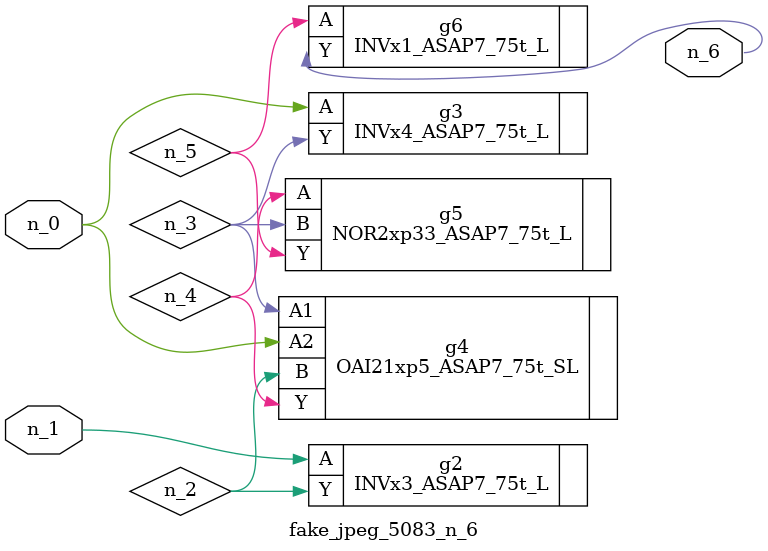
<source format=v>
module fake_jpeg_5083_n_6 (n_0, n_1, n_6);

input n_0;
input n_1;

output n_6;

wire n_2;
wire n_3;
wire n_4;
wire n_5;

INVx3_ASAP7_75t_L g2 ( 
.A(n_1),
.Y(n_2)
);

INVx4_ASAP7_75t_L g3 ( 
.A(n_0),
.Y(n_3)
);

OAI21xp5_ASAP7_75t_SL g4 ( 
.A1(n_3),
.A2(n_0),
.B(n_2),
.Y(n_4)
);

NOR2xp33_ASAP7_75t_L g5 ( 
.A(n_4),
.B(n_3),
.Y(n_5)
);

INVx1_ASAP7_75t_L g6 ( 
.A(n_5),
.Y(n_6)
);


endmodule
</source>
